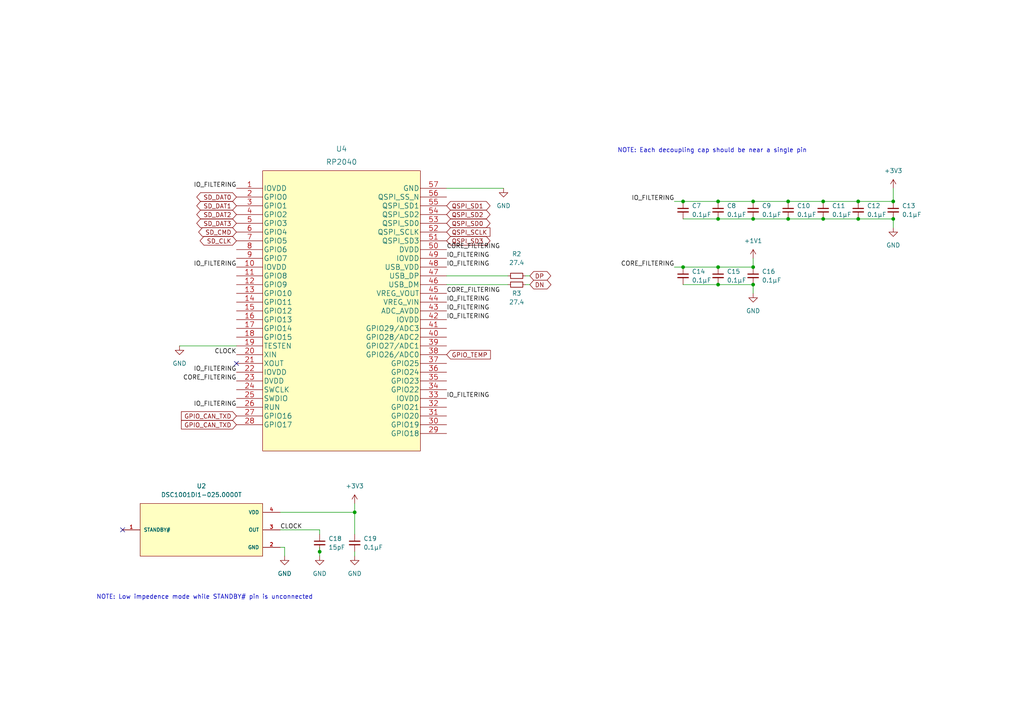
<source format=kicad_sch>
(kicad_sch (version 20211123) (generator eeschema)
  (paper "A4")
  (lib_symbols
    (symbol "Device:C_Small" (pin_numbers hide) (pin_names (offset 0.254) hide)
      (property "Reference" "C" (at 0.254 1.778 0))
      (property "Value" "C_Small" (at 0.254 -2.032 0))
      (symbol "C_Small_0_1"
        (polyline (pts (xy -1.524 -0.508) (xy 1.524 -0.508)) (stroke (width 0.3302)))
        (polyline (pts (xy -1.524 0.508) (xy 1.524 0.508)) (stroke (width 0.3048)))
      )
      (symbol "C_Small_1_1"
        (pin passive line (at 0 2.54 270) (length 2.032) (name "~") (number "1"))
        (pin passive line (at 0 -2.54 90) (length 2.032) (name "~") (number "2"))
      )
    )
    (symbol "Device:R_Small" (pin_numbers hide) (pin_names (offset 0.254) hide)
      (property "Reference" "R" (at 0.762 0.508 0))
      (property "Value" "R_Small" (at 0.762 -1.016 0))
      (symbol "R_Small_0_1"
        (rectangle (start -0.762 1.778) (end 0.762 -1.778) (stroke (width 0.2032)))
      )
      (symbol "R_Small_1_1"
        (pin passive line (at 0 2.54 270) (length 0.762) (name "~") (number "1"))
        (pin passive line (at 0 -2.54 90) (length 0.762) (name "~") (number "2"))
      )
    )
    (symbol "personal:DSC1001DI1-025.0000T" (pin_names (offset 1.016))
      (property "Reference" "U" (at -17.78 8.6106 0))
      (property "Value" "DSC1001DI1-025.0000T" (at -17.78 -11.6078 0))
      (symbol "DSC1001DI1-025.0000T_0_0"
        (rectangle (start -17.78 -7.62) (end 17.78 7.62) (fill (type background)))
        (pin input line (at -22.86 0 0) (length 5.08) (name "STANDBY#") (number "1"))
        (pin power_in line (at 22.86 -5.08 180) (length 5.08) (name "GND") (number "2"))
        (pin output line (at 22.86 0 180) (length 5.08) (name "OUT") (number "3"))
        (pin power_in line (at 22.86 5.08 180) (length 5.08) (name "VDD") (number "4"))
      )
    )
    (symbol "personal:RP2040" (pin_names (offset 0.254))
      (property "Reference" "U" (at 30.48 10.16 0))
      (property "Value" "RP2040" (at 30.48 7.62 0))
      (symbol "RP2040_0_1"
        (rectangle (start 7.62 5.08) (end 53.34 -76.2) (fill (type background)))
      )
      (symbol "RP2040_1_1"
        (pin power_in line (at 0 0 0) (length 7.62) (name "IOVDD") (number "1"))
        (pin power_in line (at 0 -22.86 0) (length 7.62) (name "IOVDD") (number "10"))
        (pin bidirectional line (at 0 -25.4 0) (length 7.62) (name "GPIO8") (number "11"))
        (pin bidirectional line (at 0 -27.94 0) (length 7.62) (name "GPIO9") (number "12"))
        (pin bidirectional line (at 0 -30.48 0) (length 7.62) (name "GPIO10") (number "13"))
        (pin bidirectional line (at 0 -33.02 0) (length 7.62) (name "GPIO11") (number "14"))
        (pin bidirectional line (at 0 -35.56 0) (length 7.62) (name "GPIO12") (number "15"))
        (pin bidirectional line (at 0 -38.1 0) (length 7.62) (name "GPIO13") (number "16"))
        (pin bidirectional line (at 0 -40.64 0) (length 7.62) (name "GPIO14") (number "17"))
        (pin bidirectional line (at 0 -43.18 0) (length 7.62) (name "GPIO15") (number "18"))
        (pin unspecified line (at 0 -45.72 0) (length 7.62) (name "TESTEN") (number "19"))
        (pin bidirectional line (at 0 -2.54 0) (length 7.62) (name "GPIO0") (number "2"))
        (pin unspecified line (at 0 -48.26 0) (length 7.62) (name "XIN") (number "20"))
        (pin output line (at 0 -50.8 0) (length 7.62) (name "XOUT") (number "21"))
        (pin power_in line (at 0 -53.34 0) (length 7.62) (name "IOVDD") (number "22"))
        (pin power_in line (at 0 -55.88 0) (length 7.62) (name "DVDD") (number "23"))
        (pin unspecified line (at 0 -58.42 0) (length 7.62) (name "SWCLK") (number "24"))
        (pin unspecified line (at 0 -60.96 0) (length 7.62) (name "SWDIO") (number "25"))
        (pin unspecified line (at 0 -63.5 0) (length 7.62) (name "RUN") (number "26"))
        (pin bidirectional line (at 0 -66.04 0) (length 7.62) (name "GPIO16") (number "27"))
        (pin bidirectional line (at 0 -68.58 0) (length 7.62) (name "GPIO17") (number "28"))
        (pin bidirectional line (at 60.96 -71.12 180) (length 7.62) (name "GPIO18") (number "29"))
        (pin bidirectional line (at 0 -5.08 0) (length 7.62) (name "GPIO1") (number "3"))
        (pin bidirectional line (at 60.96 -68.58 180) (length 7.62) (name "GPIO19") (number "30"))
        (pin bidirectional line (at 60.96 -66.04 180) (length 7.62) (name "GPIO20") (number "31"))
        (pin bidirectional line (at 60.96 -63.5 180) (length 7.62) (name "GPIO21") (number "32"))
        (pin power_in line (at 60.96 -60.96 180) (length 7.62) (name "IOVDD") (number "33"))
        (pin bidirectional line (at 60.96 -58.42 180) (length 7.62) (name "GPIO22") (number "34"))
        (pin bidirectional line (at 60.96 -55.88 180) (length 7.62) (name "GPIO23") (number "35"))
        (pin bidirectional line (at 60.96 -53.34 180) (length 7.62) (name "GPIO24") (number "36"))
        (pin bidirectional line (at 60.96 -50.8 180) (length 7.62) (name "GPIO25") (number "37"))
        (pin bidirectional line (at 60.96 -48.26 180) (length 7.62) (name "GPIO26/ADC0") (number "38"))
        (pin bidirectional line (at 60.96 -45.72 180) (length 7.62) (name "GPIO27/ADC1") (number "39"))
        (pin bidirectional line (at 0 -7.62 0) (length 7.62) (name "GPIO2") (number "4"))
        (pin bidirectional line (at 60.96 -43.18 180) (length 7.62) (name "GPIO28/ADC2") (number "40"))
        (pin bidirectional line (at 60.96 -40.64 180) (length 7.62) (name "GPIO29/ADC3") (number "41"))
        (pin power_in line (at 60.96 -38.1 180) (length 7.62) (name "IOVDD") (number "42"))
        (pin power_in line (at 60.96 -35.56 180) (length 7.62) (name "ADC_AVDD") (number "43"))
        (pin unspecified line (at 60.96 -33.02 180) (length 7.62) (name "VREG_VIN") (number "44"))
        (pin output line (at 60.96 -30.48 180) (length 7.62) (name "VREG_VOUT") (number "45"))
        (pin unspecified line (at 60.96 -27.94 180) (length 7.62) (name "USB_DM") (number "46"))
        (pin unspecified line (at 60.96 -25.4 180) (length 7.62) (name "USB_DP") (number "47"))
        (pin power_in line (at 60.96 -22.86 180) (length 7.62) (name "USB_VDD") (number "48"))
        (pin power_in line (at 60.96 -20.32 180) (length 7.62) (name "IOVDD") (number "49"))
        (pin bidirectional line (at 0 -10.16 0) (length 7.62) (name "GPIO3") (number "5"))
        (pin power_in line (at 60.96 -17.78 180) (length 7.62) (name "DVDD") (number "50"))
        (pin bidirectional line (at 60.96 -15.24 180) (length 7.62) (name "QSPI_SD3") (number "51"))
        (pin unspecified line (at 60.96 -12.7 180) (length 7.62) (name "QSPI_SCLK") (number "52"))
        (pin bidirectional line (at 60.96 -10.16 180) (length 7.62) (name "QSPI_SD0") (number "53"))
        (pin bidirectional line (at 60.96 -7.62 180) (length 7.62) (name "QSPI_SD2") (number "54"))
        (pin bidirectional line (at 60.96 -5.08 180) (length 7.62) (name "QSPI_SD1") (number "55"))
        (pin unspecified line (at 60.96 -2.54 180) (length 7.62) (name "QSPI_SS_N") (number "56"))
        (pin power_in line (at 60.96 0 180) (length 7.62) (name "GND") (number "57"))
        (pin bidirectional line (at 0 -12.7 0) (length 7.62) (name "GPIO4") (number "6"))
        (pin bidirectional line (at 0 -15.24 0) (length 7.62) (name "GPIO5") (number "7"))
        (pin bidirectional line (at 0 -17.78 0) (length 7.62) (name "GPIO6") (number "8"))
        (pin bidirectional line (at 0 -20.32 0) (length 7.62) (name "GPIO7") (number "9"))
      )
    )
    (symbol "power:+1V1" (power) (pin_names (offset 0))
      (property "Value" "+1V1" (at 0 3.556 0))
      (symbol "+1V1_0_1"
        (polyline (pts (xy -0.762 1.27) (xy 0 2.54)))
        (polyline (pts (xy 0 0) (xy 0 2.54)))
        (polyline (pts (xy 0 2.54) (xy 0.762 1.27)))
      )
      (symbol "+1V1_1_1"
        (pin power_in line (at 0 0 90) (length 0) hide (name "+1V1") (number "1"))
      )
    )
    (symbol "power:+3V3" (power) (pin_names (offset 0))
      (property "Value" "+3V3" (at 0 3.556 0))
      (symbol "+3V3_0_1"
        (polyline (pts (xy -0.762 1.27) (xy 0 2.54)))
        (polyline (pts (xy 0 0) (xy 0 2.54)))
        (polyline (pts (xy 0 2.54) (xy 0.762 1.27)))
      )
      (symbol "+3V3_1_1"
        (pin power_in line (at 0 0 90) (length 0) hide (name "+3V3") (number "1"))
      )
    )
    (symbol "power:GND" (power) (pin_names (offset 0))
      (property "Value" "GND" (at 0 -3.81 0))
      (symbol "GND_0_1"
        (polyline (pts (xy 0 0) (xy 0 -1.27) (xy 1.27 -1.27) (xy 0 -2.54) (xy -1.27 -1.27) (xy 0 -1.27)))
      )
      (symbol "GND_1_1"
        (pin power_in line (at 0 0 270) (length 0) hide (name "GND") (number "1"))
      )
    )
  )
  (junction (at 218.44 63.5))
  (junction (at 208.28 58.42))
  (junction (at 228.6 63.5))
  (junction (at 102.87 148.59))
  (junction (at 218.44 82.55))
  (junction (at 92.71 160.02))
  (junction (at 208.28 63.5))
  (junction (at 259.08 63.5))
  (junction (at 218.44 58.42))
  (junction (at 248.92 63.5))
  (junction (at 198.12 58.42))
  (junction (at 218.44 77.47))
  (junction (at 238.76 58.42))
  (junction (at 248.92 58.42))
  (junction (at 238.76 63.5))
  (junction (at 208.28 82.55))
  (junction (at 228.6 58.42))
  (junction (at 208.28 77.47))
  (junction (at 259.08 58.42))
  (junction (at 198.12 77.47))
  (no_connect (at 68.58 105.41))
  (no_connect (at 35.56 153.67))
  (wire (pts (xy 129.54 80.01) (xy 147.32 80.01)))
  (wire (pts (xy 198.12 63.5) (xy 208.28 63.5)))
  (wire (pts (xy 248.92 63.5) (xy 259.08 63.5)))
  (wire (pts (xy 153.67 82.55) (xy 152.4 82.55)))
  (wire (pts (xy 259.08 63.5) (xy 259.08 66.04)))
  (wire (pts (xy 52.07 100.33) (xy 68.58 100.33)))
  (wire (pts (xy 238.76 58.42) (xy 248.92 58.42)))
  (wire (pts (xy 228.6 63.5) (xy 238.76 63.5)))
  (wire (pts (xy 195.58 58.42) (xy 198.12 58.42)))
  (wire (pts (xy 102.87 148.59) (xy 102.87 154.94)))
  (wire (pts (xy 129.54 54.61) (xy 146.05 54.61)))
  (wire (pts (xy 248.92 58.42) (xy 259.08 58.42)))
  (wire (pts (xy 208.28 58.42) (xy 218.44 58.42)))
  (wire (pts (xy 218.44 74.93) (xy 218.44 77.47)))
  (wire (pts (xy 81.28 158.75) (xy 82.55 158.75)))
  (wire (pts (xy 218.44 82.55) (xy 218.44 85.09)))
  (wire (pts (xy 208.28 77.47) (xy 218.44 77.47)))
  (wire (pts (xy 102.87 148.59) (xy 102.87 146.05)))
  (wire (pts (xy 81.28 148.59) (xy 102.87 148.59)))
  (wire (pts (xy 195.58 77.47) (xy 198.12 77.47)))
  (wire (pts (xy 208.28 82.55) (xy 218.44 82.55)))
  (wire (pts (xy 92.71 153.67) (xy 92.71 154.94)))
  (wire (pts (xy 198.12 58.42) (xy 208.28 58.42)))
  (wire (pts (xy 153.67 80.01) (xy 152.4 80.01)))
  (wire (pts (xy 228.6 58.42) (xy 238.76 58.42)))
  (wire (pts (xy 238.76 63.5) (xy 248.92 63.5)))
  (wire (pts (xy 102.87 161.29) (xy 102.87 160.02)))
  (wire (pts (xy 92.71 160.02) (xy 92.71 158.75)))
  (wire (pts (xy 81.28 153.67) (xy 92.71 153.67)))
  (wire (pts (xy 208.28 63.5) (xy 218.44 63.5)))
  (wire (pts (xy 82.55 158.75) (xy 82.55 161.29)))
  (wire (pts (xy 129.54 82.55) (xy 147.32 82.55)))
  (wire (pts (xy 198.12 77.47) (xy 208.28 77.47)))
  (wire (pts (xy 218.44 58.42) (xy 228.6 58.42)))
  (wire (pts (xy 218.44 63.5) (xy 228.6 63.5)))
  (wire (pts (xy 92.71 161.29) (xy 92.71 160.02)))
  (wire (pts (xy 259.08 54.61) (xy 259.08 58.42)))
  (wire (pts (xy 198.12 82.55) (xy 208.28 82.55)))
  (text "NOTE: Each decoupling cap should be near a single pin" (at 179.07 44.45 0) (effects (font (size 1.27 1.27)) (justify left bottom)))
  (text "NOTE: Low impedence mode while STANDBY# pin is unconnected" (at 27.94 173.99 0) (effects (font (size 1.27 1.27)) (justify left bottom)))
  (label "CORE_FILTERING" (at 129.54 72.39 0))
  (label "IO_FILTERING" (at 68.58 54.61 180))
  (label "CORE_FILTERING" (at 195.58 77.47 180))
  (label "IO_FILTERING" (at 68.58 118.11 180))
  (label "IO_FILTERING" (at 68.58 107.95 180))
  (label "CLOCK" (at 81.28 153.67 0))
  (label "IO_FILTERING" (at 129.54 92.71 0))
  (label "CORE_FILTERING" (at 129.54 85.09 0))
  (label "IO_FILTERING" (at 129.54 74.93 0))
  (label "IO_FILTERING" (at 195.58 58.42 180))
  (label "IO_FILTERING" (at 68.58 77.47 180))
  (label "IO_FILTERING" (at 129.54 87.63 0))
  (label "IO_FILTERING" (at 129.54 115.57 0))
  (label "CORE_FILTERING" (at 68.58 110.49 180))
  (label "IO_FILTERING" (at 129.54 90.17 0))
  (label "IO_FILTERING" (at 129.54 77.47 0))
  (label "CLOCK" (at 68.58 102.87 180))
  (global_label "QSPI_SD3" (shape bidirectional) (at 129.54 69.85 0) (property "Intersheet References" "${INTERSHEET_REFS}" (effects hide)))
  (global_label "QSPI_SD0" (shape bidirectional) (at 129.54 64.77 0) (property "Intersheet References" "${INTERSHEET_REFS}" (effects hide)))
  (global_label "DN" (shape bidirectional) (at 153.67 82.55 0) (property "Intersheet References" "${INTERSHEET_REFS}" (effects hide)))
  (global_label "QSPI_SD2" (shape bidirectional) (at 129.54 62.23 0) (property "Intersheet References" "${INTERSHEET_REFS}" (effects hide)))
  (global_label "QSPI_SD1" (shape bidirectional) (at 129.54 59.69 0) (property "Intersheet References" "${INTERSHEET_REFS}" (effects hide)))
  (global_label "SD_CLK" (shape bidirectional) (at 68.58 69.85 180) (property "Intersheet References" "${INTERSHEET_REFS}" (effects hide)))
  (global_label "GPIO_CAN_TXD" (shape input) (at 68.58 123.19 180) (property "Intersheet References" "${INTERSHEET_REFS}" (effects hide)))
  (global_label "SD_DAT1" (shape bidirectional) (at 68.58 59.69 180) (property "Intersheet References" "${INTERSHEET_REFS}" (effects hide)))
  (global_label "SD_DAT2" (shape bidirectional) (at 68.58 62.23 180) (property "Intersheet References" "${INTERSHEET_REFS}" (effects hide)))
  (global_label "SD_DAT0" (shape bidirectional) (at 68.58 57.15 180) (property "Intersheet References" "${INTERSHEET_REFS}" (effects hide)))
  (global_label "QSPI_SCLK" (shape input) (at 129.54 67.31 0) (property "Intersheet References" "${INTERSHEET_REFS}" (effects hide)))
  (global_label "SD_DAT3" (shape bidirectional) (at 68.58 64.77 180) (property "Intersheet References" "${INTERSHEET_REFS}" (effects hide)))
  (global_label "GPIO_TEMP" (shape input) (at 129.54 102.87 0) (property "Intersheet References" "${INTERSHEET_REFS}" (effects hide)))
  (global_label "SD_CMD" (shape bidirectional) (at 68.58 67.31 180) (property "Intersheet References" "${INTERSHEET_REFS}" (effects hide)))
  (global_label "GPIO_CAN_TXD" (shape input) (at 68.58 120.65 180) (property "Intersheet References" "${INTERSHEET_REFS}" (effects hide)))
  (global_label "DP" (shape bidirectional) (at 153.67 80.01 0) (property "Intersheet References" "${INTERSHEET_REFS}" (effects hide)))
  (symbol (lib_id "power:GND") (at 218.44 85.09 0) (unit 1)
    (property "Reference" "#PWR0103" (effects hide))
    (property "Value" "GND" (at 218.44 90.17 0))
  )
  (symbol (lib_id "Device:C_Small") (at 198.12 80.01 0) (unit 1)
    (property "Reference" "C14" (at 200.66 78.7462 0) (effects (justify left)))
    (property "Value" "0.1µF" (at 200.66 81.2862 0) (effects (justify left)))
    (property "Footprint" "personal:C_0201_0603Metric" (effects hide))
  )
  (symbol (lib_id "Device:R_Small") (at 149.86 82.55 90) (unit 1)
    (property "Reference" "R3" (at 149.86 85.09 90))
    (property "Value" "27.4" (at 149.86 87.63 90))
    (property "Footprint" "personal:R_0201_0603Metric" (effects hide))
  )
  (symbol (lib_id "Device:C_Small") (at 248.92 60.96 0) (unit 1)
    (property "Reference" "C12" (at 251.46 59.6962 0) (effects (justify left)))
    (property "Value" "0.1µF" (at 251.46 62.2362 0) (effects (justify left)))
    (property "Footprint" "personal:C_0201_0603Metric" (effects hide))
  )
  (symbol (lib_id "Device:C_Small") (at 259.08 60.96 0) (unit 1)
    (property "Reference" "C13" (at 261.62 59.6962 0) (effects (justify left)))
    (property "Value" "0.1µF" (at 261.62 62.2362 0) (effects (justify left)))
    (property "Footprint" "personal:C_0201_0603Metric" (effects hide))
  )
  (symbol (lib_id "Device:C_Small") (at 238.76 60.96 0) (unit 1)
    (property "Reference" "C11" (at 241.3 59.6962 0) (effects (justify left)))
    (property "Value" "0.1µF" (at 241.3 62.2362 0) (effects (justify left)))
    (property "Footprint" "personal:C_0201_0603Metric" (effects hide))
  )
  (symbol (lib_id "Device:C_Small") (at 92.71 157.48 0) (unit 1)
    (property "Reference" "C18" (at 95.25 156.2162 0) (effects (justify left)))
    (property "Value" "15pF" (at 95.25 158.7562 0) (effects (justify left)))
    (property "Footprint" "personal:C_0201_0603Metric" (effects hide))
  )
  (symbol (lib_id "Device:C_Small") (at 228.6 60.96 0) (unit 1)
    (property "Reference" "C10" (at 231.14 59.6962 0) (effects (justify left)))
    (property "Value" "0.1µF" (at 231.14 62.2362 0) (effects (justify left)))
    (property "Footprint" "personal:C_0201_0603Metric" (effects hide))
  )
  (symbol (lib_id "power:+1V1") (at 218.44 74.93 0) (unit 1)
    (property "Reference" "#PWR0102" (effects hide))
    (property "Value" "+1V1" (at 218.44 69.85 0))
  )
  (symbol (lib_id "Device:C_Small") (at 102.87 157.48 0) (unit 1)
    (property "Reference" "C19" (at 105.41 156.2162 0) (effects (justify left)))
    (property "Value" "0.1µF" (at 105.41 158.7562 0) (effects (justify left)))
    (property "Footprint" "personal:C_0201_0603Metric" (effects hide))
  )
  (symbol (lib_id "power:+3V3") (at 102.87 146.05 0) (unit 1)
    (property "Reference" "#PWR0109" (effects hide))
    (property "Value" "+3V3" (at 102.87 140.97 0))
  )
  (symbol (lib_id "power:GND") (at 102.87 161.29 0) (unit 1)
    (property "Reference" "#PWR05" (effects hide))
    (property "Value" "GND" (at 102.87 166.37 0))
  )
  (symbol (lib_id "Device:C_Small") (at 218.44 80.01 0) (unit 1)
    (property "Reference" "C16" (at 220.98 78.7462 0) (effects (justify left)))
    (property "Value" "0.1µF" (at 220.98 81.2862 0) (effects (justify left)))
    (property "Footprint" "personal:C_0201_0603Metric" (effects hide))
  )
  (symbol (lib_id "power:+3V3") (at 259.08 54.61 0) (unit 1)
    (property "Reference" "#PWR0105" (effects hide))
    (property "Value" "+3V3" (at 259.08 49.53 0))
  )
  (symbol (lib_id "Device:C_Small") (at 198.12 60.96 0) (unit 1)
    (property "Reference" "C7" (at 200.66 59.6962 0) (effects (justify left)))
    (property "Value" "0.1µF" (at 200.66 62.2362 0) (effects (justify left)))
    (property "Footprint" "personal:C_0201_0603Metric" (effects hide))
  )
  (symbol (lib_id "power:GND") (at 146.05 54.61 0) (unit 1)
    (property "Reference" "#PWR09" (effects hide))
    (property "Value" "GND" (at 146.05 59.69 0))
  )
  (symbol (lib_id "personal:RP2040") (at 68.58 54.61 0) (unit 1)
    (property "Reference" "U4" (at 99.06 43.18 0) (effects (font (size 1.524 1.524))))
    (property "Value" "RP2040" (at 99.06 46.99 0) (effects (font (size 1.524 1.524))))
    (property "Footprint" "personal:IC57_RP2040" (effects hide))
    (property "Datasheet" "https://datasheets.raspberrypi.com/rp2040/rp2040-datasheet.pdf" (effects hide))
  )
  (symbol (lib_id "power:GND") (at 259.08 66.04 0) (unit 1)
    (property "Reference" "#PWR0104" (effects hide))
    (property "Value" "GND" (at 259.08 71.12 0))
  )
  (symbol (lib_id "Device:R_Small") (at 149.86 80.01 90) (unit 1)
    (property "Reference" "R2" (at 149.86 73.66 90))
    (property "Value" "27.4" (at 149.86 76.2 90))
    (property "Footprint" "personal:R_0201_0603Metric" (effects hide))
  )
  (symbol (lib_id "personal:DSC1001DI1-025.0000T") (at 58.42 153.67 0) (unit 1)
    (property "Reference" "U2" (at 58.42 140.97 0))
    (property "Value" "DSC1001DI1-025.0000T" (at 58.42 143.51 0))
    (property "Footprint" "personal:OSCDFN250X200X89-4N" (effects hide))
    (property "Datasheet" "https://www.mouser.com/datasheet/2/268/MCHP_S_A0003587227_1-2520798.pdf" (effects hide))
    (property "Package" "OSCDFN250X200X89-4N" (effects hide))
    (property "Manufacturer" "Microchip" (effects hide))
  )
  (symbol (lib_id "Device:C_Small") (at 218.44 60.96 0) (unit 1)
    (property "Reference" "C9" (at 220.98 59.6962 0) (effects (justify left)))
    (property "Value" "0.1µF" (at 220.98 62.2362 0) (effects (justify left)))
    (property "Footprint" "personal:C_0201_0603Metric" (effects hide))
  )
  (symbol (lib_id "Device:C_Small") (at 208.28 60.96 0) (unit 1)
    (property "Reference" "C8" (at 210.82 59.6962 0) (effects (justify left)))
    (property "Value" "0.1µF" (at 210.82 62.2362 0) (effects (justify left)))
    (property "Footprint" "personal:C_0201_0603Metric" (effects hide))
  )
  (symbol (lib_id "power:GND") (at 92.71 161.29 0) (unit 1)
    (property "Reference" "#PWR04" (effects hide))
    (property "Value" "GND" (at 92.71 166.37 0))
  )
  (symbol (lib_id "power:GND") (at 82.55 161.29 0) (unit 1)
    (property "Reference" "#PWR0110" (effects hide))
    (property "Value" "GND" (at 82.55 166.37 0))
  )
  (symbol (lib_id "Device:C_Small") (at 208.28 80.01 0) (unit 1)
    (property "Reference" "C15" (at 210.82 78.7462 0) (effects (justify left)))
    (property "Value" "0.1µF" (at 210.82 81.2862 0) (effects (justify left)))
    (property "Footprint" "personal:C_0201_0603Metric" (effects hide))
  )
  (symbol (lib_id "power:GND") (at 52.07 100.33 0) (unit 1)
    (property "Reference" "#PWR0101" (effects hide))
    (property "Value" "GND" (at 52.07 105.41 0))
  )
)
</source>
